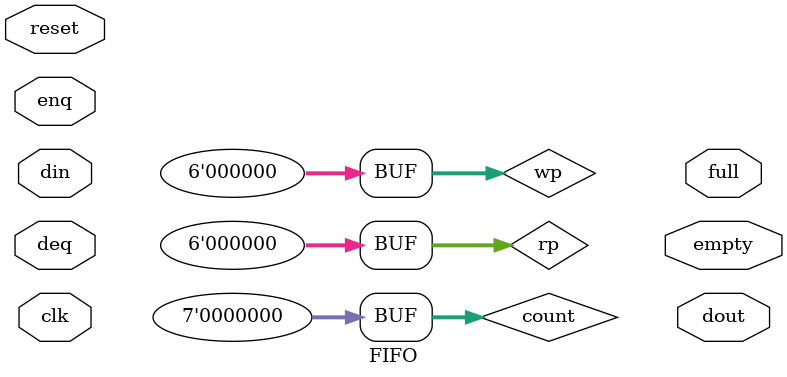
<source format=v>
module FIFO (
    input clk,
    input reset,
    input enq, //flag for data into FIFO
    input [7:0] din, //data coming into FIFO
    input deq, //dequeue drop one byte out of FIFO
    output full, //queue is full don't write
    output [7:0] dout,
    output empty
);
    parameter integer WIDTH = 8;
    parameter integer DEPTH = 64; //MUST BE POWER OF TWO SO POINTER AUTO WRAP WORKS
    localparam integer AW = $clog2(DEPTH);

    //circular buffer means write in a circle not shifting list like C++
    reg [WIDTH-1:0] mem [0:DEPTH-1];
    reg [AW-1:0] wp = 0;  // write pointer
    reg [AW-1:0] rp = 0;  // read pointer
    reg [AW:0] count = 0; // 0..DEPTH
endmodule
</source>
